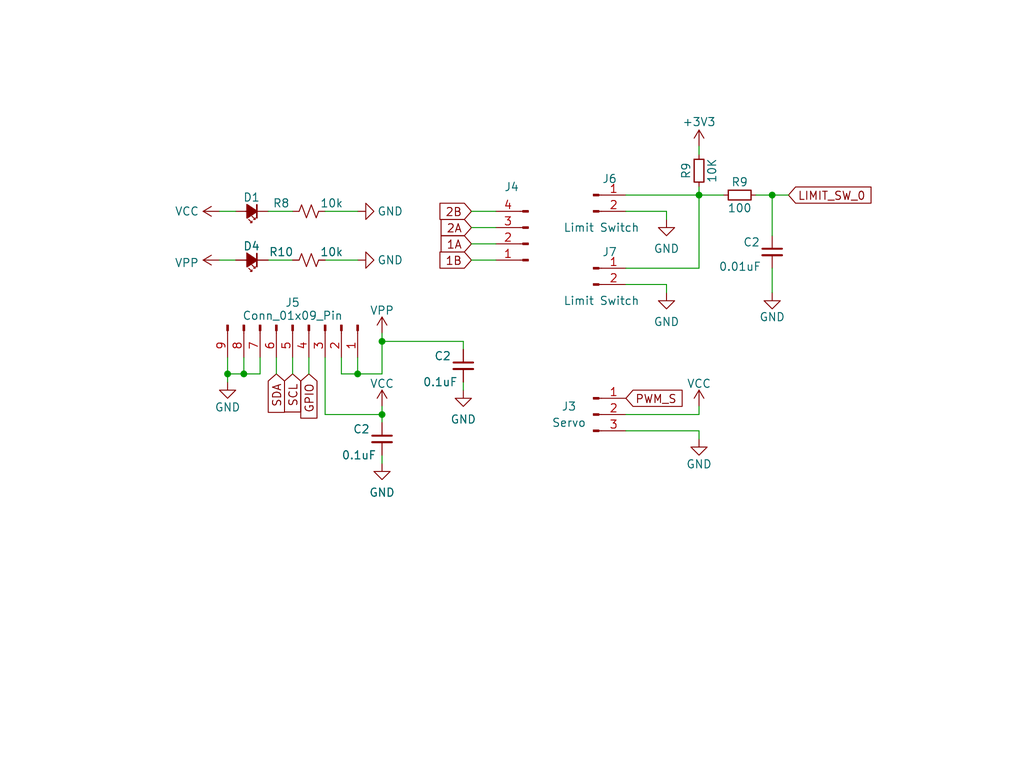
<source format=kicad_sch>
(kicad_sch (version 20230121) (generator eeschema)

  (uuid 44e254d1-1fbc-4905-aea0-99a7c6f7476a)

  (paper "User" 159.995 119.99)

  (lib_symbols
    (symbol "Connector:Conn_01x02_Male" (pin_names (offset 1.016) hide) (in_bom yes) (on_board yes)
      (property "Reference" "J" (at 0 2.54 0)
        (effects (font (size 1.27 1.27)))
      )
      (property "Value" "Conn_01x02_Male" (at 0 -5.08 0)
        (effects (font (size 1.27 1.27)))
      )
      (property "Footprint" "" (at 0 0 0)
        (effects (font (size 1.27 1.27)) hide)
      )
      (property "Datasheet" "~" (at 0 0 0)
        (effects (font (size 1.27 1.27)) hide)
      )
      (property "ki_keywords" "connector" (at 0 0 0)
        (effects (font (size 1.27 1.27)) hide)
      )
      (property "ki_description" "Generic connector, single row, 01x02, script generated (kicad-library-utils/schlib/autogen/connector/)" (at 0 0 0)
        (effects (font (size 1.27 1.27)) hide)
      )
      (property "ki_fp_filters" "Connector*:*_1x??_*" (at 0 0 0)
        (effects (font (size 1.27 1.27)) hide)
      )
      (symbol "Conn_01x02_Male_1_1"
        (polyline
          (pts
            (xy 1.27 -2.54)
            (xy 0.8636 -2.54)
          )
          (stroke (width 0.1524) (type default))
          (fill (type none))
        )
        (polyline
          (pts
            (xy 1.27 0)
            (xy 0.8636 0)
          )
          (stroke (width 0.1524) (type default))
          (fill (type none))
        )
        (rectangle (start 0.8636 -2.413) (end 0 -2.667)
          (stroke (width 0.1524) (type default))
          (fill (type outline))
        )
        (rectangle (start 0.8636 0.127) (end 0 -0.127)
          (stroke (width 0.1524) (type default))
          (fill (type outline))
        )
        (pin passive line (at 5.08 0 180) (length 3.81)
          (name "Pin_1" (effects (font (size 1.27 1.27))))
          (number "1" (effects (font (size 1.27 1.27))))
        )
        (pin passive line (at 5.08 -2.54 180) (length 3.81)
          (name "Pin_2" (effects (font (size 1.27 1.27))))
          (number "2" (effects (font (size 1.27 1.27))))
        )
      )
    )
    (symbol "Connector:Conn_01x03_Pin" (pin_names (offset 1.016) hide) (in_bom yes) (on_board yes)
      (property "Reference" "J" (at 0 5.08 0)
        (effects (font (size 1.27 1.27)))
      )
      (property "Value" "Conn_01x03_Pin" (at 0 -5.08 0)
        (effects (font (size 1.27 1.27)))
      )
      (property "Footprint" "" (at 0 0 0)
        (effects (font (size 1.27 1.27)) hide)
      )
      (property "Datasheet" "~" (at 0 0 0)
        (effects (font (size 1.27 1.27)) hide)
      )
      (property "ki_locked" "" (at 0 0 0)
        (effects (font (size 1.27 1.27)))
      )
      (property "ki_keywords" "connector" (at 0 0 0)
        (effects (font (size 1.27 1.27)) hide)
      )
      (property "ki_description" "Generic connector, single row, 01x03, script generated" (at 0 0 0)
        (effects (font (size 1.27 1.27)) hide)
      )
      (property "ki_fp_filters" "Connector*:*_1x??_*" (at 0 0 0)
        (effects (font (size 1.27 1.27)) hide)
      )
      (symbol "Conn_01x03_Pin_1_1"
        (polyline
          (pts
            (xy 1.27 -2.54)
            (xy 0.8636 -2.54)
          )
          (stroke (width 0.1524) (type default))
          (fill (type none))
        )
        (polyline
          (pts
            (xy 1.27 0)
            (xy 0.8636 0)
          )
          (stroke (width 0.1524) (type default))
          (fill (type none))
        )
        (polyline
          (pts
            (xy 1.27 2.54)
            (xy 0.8636 2.54)
          )
          (stroke (width 0.1524) (type default))
          (fill (type none))
        )
        (rectangle (start 0.8636 -2.413) (end 0 -2.667)
          (stroke (width 0.1524) (type default))
          (fill (type outline))
        )
        (rectangle (start 0.8636 0.127) (end 0 -0.127)
          (stroke (width 0.1524) (type default))
          (fill (type outline))
        )
        (rectangle (start 0.8636 2.667) (end 0 2.413)
          (stroke (width 0.1524) (type default))
          (fill (type outline))
        )
        (pin passive line (at 5.08 2.54 180) (length 3.81)
          (name "Pin_1" (effects (font (size 1.27 1.27))))
          (number "1" (effects (font (size 1.27 1.27))))
        )
        (pin passive line (at 5.08 0 180) (length 3.81)
          (name "Pin_2" (effects (font (size 1.27 1.27))))
          (number "2" (effects (font (size 1.27 1.27))))
        )
        (pin passive line (at 5.08 -2.54 180) (length 3.81)
          (name "Pin_3" (effects (font (size 1.27 1.27))))
          (number "3" (effects (font (size 1.27 1.27))))
        )
      )
    )
    (symbol "Connector:Conn_01x04_Male" (pin_names (offset 1.016) hide) (in_bom yes) (on_board yes)
      (property "Reference" "J" (at 0 5.08 0)
        (effects (font (size 1.27 1.27)))
      )
      (property "Value" "Conn_01x04_Male" (at 0 -7.62 0)
        (effects (font (size 1.27 1.27)))
      )
      (property "Footprint" "" (at 0 0 0)
        (effects (font (size 1.27 1.27)) hide)
      )
      (property "Datasheet" "~" (at 0 0 0)
        (effects (font (size 1.27 1.27)) hide)
      )
      (property "ki_keywords" "connector" (at 0 0 0)
        (effects (font (size 1.27 1.27)) hide)
      )
      (property "ki_description" "Generic connector, single row, 01x04, script generated (kicad-library-utils/schlib/autogen/connector/)" (at 0 0 0)
        (effects (font (size 1.27 1.27)) hide)
      )
      (property "ki_fp_filters" "Connector*:*_1x??_*" (at 0 0 0)
        (effects (font (size 1.27 1.27)) hide)
      )
      (symbol "Conn_01x04_Male_1_1"
        (polyline
          (pts
            (xy 1.27 -5.08)
            (xy 0.8636 -5.08)
          )
          (stroke (width 0.1524) (type default))
          (fill (type none))
        )
        (polyline
          (pts
            (xy 1.27 -2.54)
            (xy 0.8636 -2.54)
          )
          (stroke (width 0.1524) (type default))
          (fill (type none))
        )
        (polyline
          (pts
            (xy 1.27 0)
            (xy 0.8636 0)
          )
          (stroke (width 0.1524) (type default))
          (fill (type none))
        )
        (polyline
          (pts
            (xy 1.27 2.54)
            (xy 0.8636 2.54)
          )
          (stroke (width 0.1524) (type default))
          (fill (type none))
        )
        (rectangle (start 0.8636 -4.953) (end 0 -5.207)
          (stroke (width 0.1524) (type default))
          (fill (type outline))
        )
        (rectangle (start 0.8636 -2.413) (end 0 -2.667)
          (stroke (width 0.1524) (type default))
          (fill (type outline))
        )
        (rectangle (start 0.8636 0.127) (end 0 -0.127)
          (stroke (width 0.1524) (type default))
          (fill (type outline))
        )
        (rectangle (start 0.8636 2.667) (end 0 2.413)
          (stroke (width 0.1524) (type default))
          (fill (type outline))
        )
        (pin passive line (at 5.08 2.54 180) (length 3.81)
          (name "Pin_1" (effects (font (size 1.27 1.27))))
          (number "1" (effects (font (size 1.27 1.27))))
        )
        (pin passive line (at 5.08 0 180) (length 3.81)
          (name "Pin_2" (effects (font (size 1.27 1.27))))
          (number "2" (effects (font (size 1.27 1.27))))
        )
        (pin passive line (at 5.08 -2.54 180) (length 3.81)
          (name "Pin_3" (effects (font (size 1.27 1.27))))
          (number "3" (effects (font (size 1.27 1.27))))
        )
        (pin passive line (at 5.08 -5.08 180) (length 3.81)
          (name "Pin_4" (effects (font (size 1.27 1.27))))
          (number "4" (effects (font (size 1.27 1.27))))
        )
      )
    )
    (symbol "Connector:Conn_01x09_Pin" (pin_names (offset 1.016) hide) (in_bom yes) (on_board yes)
      (property "Reference" "J" (at 0 12.7 0)
        (effects (font (size 1.27 1.27)))
      )
      (property "Value" "Conn_01x09_Pin" (at 0 -12.7 0)
        (effects (font (size 1.27 1.27)))
      )
      (property "Footprint" "" (at 0 0 0)
        (effects (font (size 1.27 1.27)) hide)
      )
      (property "Datasheet" "~" (at 0 0 0)
        (effects (font (size 1.27 1.27)) hide)
      )
      (property "ki_locked" "" (at 0 0 0)
        (effects (font (size 1.27 1.27)))
      )
      (property "ki_keywords" "connector" (at 0 0 0)
        (effects (font (size 1.27 1.27)) hide)
      )
      (property "ki_description" "Generic connector, single row, 01x09, script generated" (at 0 0 0)
        (effects (font (size 1.27 1.27)) hide)
      )
      (property "ki_fp_filters" "Connector*:*_1x??_*" (at 0 0 0)
        (effects (font (size 1.27 1.27)) hide)
      )
      (symbol "Conn_01x09_Pin_1_1"
        (polyline
          (pts
            (xy 1.27 -10.16)
            (xy 0.8636 -10.16)
          )
          (stroke (width 0.1524) (type default))
          (fill (type none))
        )
        (polyline
          (pts
            (xy 1.27 -7.62)
            (xy 0.8636 -7.62)
          )
          (stroke (width 0.1524) (type default))
          (fill (type none))
        )
        (polyline
          (pts
            (xy 1.27 -5.08)
            (xy 0.8636 -5.08)
          )
          (stroke (width 0.1524) (type default))
          (fill (type none))
        )
        (polyline
          (pts
            (xy 1.27 -2.54)
            (xy 0.8636 -2.54)
          )
          (stroke (width 0.1524) (type default))
          (fill (type none))
        )
        (polyline
          (pts
            (xy 1.27 0)
            (xy 0.8636 0)
          )
          (stroke (width 0.1524) (type default))
          (fill (type none))
        )
        (polyline
          (pts
            (xy 1.27 2.54)
            (xy 0.8636 2.54)
          )
          (stroke (width 0.1524) (type default))
          (fill (type none))
        )
        (polyline
          (pts
            (xy 1.27 5.08)
            (xy 0.8636 5.08)
          )
          (stroke (width 0.1524) (type default))
          (fill (type none))
        )
        (polyline
          (pts
            (xy 1.27 7.62)
            (xy 0.8636 7.62)
          )
          (stroke (width 0.1524) (type default))
          (fill (type none))
        )
        (polyline
          (pts
            (xy 1.27 10.16)
            (xy 0.8636 10.16)
          )
          (stroke (width 0.1524) (type default))
          (fill (type none))
        )
        (rectangle (start 0.8636 -10.033) (end 0 -10.287)
          (stroke (width 0.1524) (type default))
          (fill (type outline))
        )
        (rectangle (start 0.8636 -7.493) (end 0 -7.747)
          (stroke (width 0.1524) (type default))
          (fill (type outline))
        )
        (rectangle (start 0.8636 -4.953) (end 0 -5.207)
          (stroke (width 0.1524) (type default))
          (fill (type outline))
        )
        (rectangle (start 0.8636 -2.413) (end 0 -2.667)
          (stroke (width 0.1524) (type default))
          (fill (type outline))
        )
        (rectangle (start 0.8636 0.127) (end 0 -0.127)
          (stroke (width 0.1524) (type default))
          (fill (type outline))
        )
        (rectangle (start 0.8636 2.667) (end 0 2.413)
          (stroke (width 0.1524) (type default))
          (fill (type outline))
        )
        (rectangle (start 0.8636 5.207) (end 0 4.953)
          (stroke (width 0.1524) (type default))
          (fill (type outline))
        )
        (rectangle (start 0.8636 7.747) (end 0 7.493)
          (stroke (width 0.1524) (type default))
          (fill (type outline))
        )
        (rectangle (start 0.8636 10.287) (end 0 10.033)
          (stroke (width 0.1524) (type default))
          (fill (type outline))
        )
        (pin passive line (at 5.08 10.16 180) (length 3.81)
          (name "Pin_1" (effects (font (size 1.27 1.27))))
          (number "1" (effects (font (size 1.27 1.27))))
        )
        (pin passive line (at 5.08 7.62 180) (length 3.81)
          (name "Pin_2" (effects (font (size 1.27 1.27))))
          (number "2" (effects (font (size 1.27 1.27))))
        )
        (pin passive line (at 5.08 5.08 180) (length 3.81)
          (name "Pin_3" (effects (font (size 1.27 1.27))))
          (number "3" (effects (font (size 1.27 1.27))))
        )
        (pin passive line (at 5.08 2.54 180) (length 3.81)
          (name "Pin_4" (effects (font (size 1.27 1.27))))
          (number "4" (effects (font (size 1.27 1.27))))
        )
        (pin passive line (at 5.08 0 180) (length 3.81)
          (name "Pin_5" (effects (font (size 1.27 1.27))))
          (number "5" (effects (font (size 1.27 1.27))))
        )
        (pin passive line (at 5.08 -2.54 180) (length 3.81)
          (name "Pin_6" (effects (font (size 1.27 1.27))))
          (number "6" (effects (font (size 1.27 1.27))))
        )
        (pin passive line (at 5.08 -5.08 180) (length 3.81)
          (name "Pin_7" (effects (font (size 1.27 1.27))))
          (number "7" (effects (font (size 1.27 1.27))))
        )
        (pin passive line (at 5.08 -7.62 180) (length 3.81)
          (name "Pin_8" (effects (font (size 1.27 1.27))))
          (number "8" (effects (font (size 1.27 1.27))))
        )
        (pin passive line (at 5.08 -10.16 180) (length 3.81)
          (name "Pin_9" (effects (font (size 1.27 1.27))))
          (number "9" (effects (font (size 1.27 1.27))))
        )
      )
    )
    (symbol "Device:C_Small" (pin_numbers hide) (pin_names (offset 0.254) hide) (in_bom yes) (on_board yes)
      (property "Reference" "C" (at 0.254 1.778 0)
        (effects (font (size 1.27 1.27)) (justify left))
      )
      (property "Value" "C_Small" (at 0.254 -2.032 0)
        (effects (font (size 1.27 1.27)) (justify left))
      )
      (property "Footprint" "" (at 0 0 0)
        (effects (font (size 1.27 1.27)) hide)
      )
      (property "Datasheet" "~" (at 0 0 0)
        (effects (font (size 1.27 1.27)) hide)
      )
      (property "ki_keywords" "capacitor cap" (at 0 0 0)
        (effects (font (size 1.27 1.27)) hide)
      )
      (property "ki_description" "Unpolarized capacitor, small symbol" (at 0 0 0)
        (effects (font (size 1.27 1.27)) hide)
      )
      (property "ki_fp_filters" "C_*" (at 0 0 0)
        (effects (font (size 1.27 1.27)) hide)
      )
      (symbol "C_Small_0_1"
        (polyline
          (pts
            (xy -1.524 -0.508)
            (xy 1.524 -0.508)
          )
          (stroke (width 0.3302) (type default))
          (fill (type none))
        )
        (polyline
          (pts
            (xy -1.524 0.508)
            (xy 1.524 0.508)
          )
          (stroke (width 0.3048) (type default))
          (fill (type none))
        )
      )
      (symbol "C_Small_1_1"
        (pin passive line (at 0 2.54 270) (length 2.032)
          (name "~" (effects (font (size 1.27 1.27))))
          (number "1" (effects (font (size 1.27 1.27))))
        )
        (pin passive line (at 0 -2.54 90) (length 2.032)
          (name "~" (effects (font (size 1.27 1.27))))
          (number "2" (effects (font (size 1.27 1.27))))
        )
      )
    )
    (symbol "Device:LED_Small_Filled" (pin_numbers hide) (pin_names (offset 0.254) hide) (in_bom yes) (on_board yes)
      (property "Reference" "D" (at -1.27 3.175 0)
        (effects (font (size 1.27 1.27)) (justify left))
      )
      (property "Value" "LED_Small_Filled" (at -4.445 -2.54 0)
        (effects (font (size 1.27 1.27)) (justify left))
      )
      (property "Footprint" "" (at 0 0 90)
        (effects (font (size 1.27 1.27)) hide)
      )
      (property "Datasheet" "~" (at 0 0 90)
        (effects (font (size 1.27 1.27)) hide)
      )
      (property "ki_keywords" "LED diode light-emitting-diode" (at 0 0 0)
        (effects (font (size 1.27 1.27)) hide)
      )
      (property "ki_description" "Light emitting diode, small symbol, filled shape" (at 0 0 0)
        (effects (font (size 1.27 1.27)) hide)
      )
      (property "ki_fp_filters" "LED* LED_SMD:* LED_THT:*" (at 0 0 0)
        (effects (font (size 1.27 1.27)) hide)
      )
      (symbol "LED_Small_Filled_0_1"
        (polyline
          (pts
            (xy -0.762 -1.016)
            (xy -0.762 1.016)
          )
          (stroke (width 0.254) (type default))
          (fill (type none))
        )
        (polyline
          (pts
            (xy 1.016 0)
            (xy -0.762 0)
          )
          (stroke (width 0) (type default))
          (fill (type none))
        )
        (polyline
          (pts
            (xy 0.762 -1.016)
            (xy -0.762 0)
            (xy 0.762 1.016)
            (xy 0.762 -1.016)
          )
          (stroke (width 0.254) (type default))
          (fill (type outline))
        )
        (polyline
          (pts
            (xy 0 0.762)
            (xy -0.508 1.27)
            (xy -0.254 1.27)
            (xy -0.508 1.27)
            (xy -0.508 1.016)
          )
          (stroke (width 0) (type default))
          (fill (type none))
        )
        (polyline
          (pts
            (xy 0.508 1.27)
            (xy 0 1.778)
            (xy 0.254 1.778)
            (xy 0 1.778)
            (xy 0 1.524)
          )
          (stroke (width 0) (type default))
          (fill (type none))
        )
      )
      (symbol "LED_Small_Filled_1_1"
        (pin passive line (at -2.54 0 0) (length 1.778)
          (name "K" (effects (font (size 1.27 1.27))))
          (number "1" (effects (font (size 1.27 1.27))))
        )
        (pin passive line (at 2.54 0 180) (length 1.778)
          (name "A" (effects (font (size 1.27 1.27))))
          (number "2" (effects (font (size 1.27 1.27))))
        )
      )
    )
    (symbol "Device:R_Small" (pin_numbers hide) (pin_names (offset 0.254) hide) (in_bom yes) (on_board yes)
      (property "Reference" "R" (at 0.762 0.508 0)
        (effects (font (size 1.27 1.27)) (justify left))
      )
      (property "Value" "R_Small" (at 0.762 -1.016 0)
        (effects (font (size 1.27 1.27)) (justify left))
      )
      (property "Footprint" "" (at 0 0 0)
        (effects (font (size 1.27 1.27)) hide)
      )
      (property "Datasheet" "~" (at 0 0 0)
        (effects (font (size 1.27 1.27)) hide)
      )
      (property "ki_keywords" "R resistor" (at 0 0 0)
        (effects (font (size 1.27 1.27)) hide)
      )
      (property "ki_description" "Resistor, small symbol" (at 0 0 0)
        (effects (font (size 1.27 1.27)) hide)
      )
      (property "ki_fp_filters" "R_*" (at 0 0 0)
        (effects (font (size 1.27 1.27)) hide)
      )
      (symbol "R_Small_0_1"
        (rectangle (start -0.762 1.778) (end 0.762 -1.778)
          (stroke (width 0.2032) (type default))
          (fill (type none))
        )
      )
      (symbol "R_Small_1_1"
        (pin passive line (at 0 2.54 270) (length 0.762)
          (name "~" (effects (font (size 1.27 1.27))))
          (number "1" (effects (font (size 1.27 1.27))))
        )
        (pin passive line (at 0 -2.54 90) (length 0.762)
          (name "~" (effects (font (size 1.27 1.27))))
          (number "2" (effects (font (size 1.27 1.27))))
        )
      )
    )
    (symbol "Device:R_Small_US" (pin_numbers hide) (pin_names (offset 0.254) hide) (in_bom yes) (on_board yes)
      (property "Reference" "R" (at 0.762 0.508 0)
        (effects (font (size 1.27 1.27)) (justify left))
      )
      (property "Value" "R_Small_US" (at 0.762 -1.016 0)
        (effects (font (size 1.27 1.27)) (justify left))
      )
      (property "Footprint" "" (at 0 0 0)
        (effects (font (size 1.27 1.27)) hide)
      )
      (property "Datasheet" "~" (at 0 0 0)
        (effects (font (size 1.27 1.27)) hide)
      )
      (property "ki_keywords" "r resistor" (at 0 0 0)
        (effects (font (size 1.27 1.27)) hide)
      )
      (property "ki_description" "Resistor, small US symbol" (at 0 0 0)
        (effects (font (size 1.27 1.27)) hide)
      )
      (property "ki_fp_filters" "R_*" (at 0 0 0)
        (effects (font (size 1.27 1.27)) hide)
      )
      (symbol "R_Small_US_1_1"
        (polyline
          (pts
            (xy 0 0)
            (xy 1.016 -0.381)
            (xy 0 -0.762)
            (xy -1.016 -1.143)
            (xy 0 -1.524)
          )
          (stroke (width 0) (type default))
          (fill (type none))
        )
        (polyline
          (pts
            (xy 0 1.524)
            (xy 1.016 1.143)
            (xy 0 0.762)
            (xy -1.016 0.381)
            (xy 0 0)
          )
          (stroke (width 0) (type default))
          (fill (type none))
        )
        (pin passive line (at 0 2.54 270) (length 1.016)
          (name "~" (effects (font (size 1.27 1.27))))
          (number "1" (effects (font (size 1.27 1.27))))
        )
        (pin passive line (at 0 -2.54 90) (length 1.016)
          (name "~" (effects (font (size 1.27 1.27))))
          (number "2" (effects (font (size 1.27 1.27))))
        )
      )
    )
    (symbol "power:+3V3" (power) (pin_names (offset 0)) (in_bom yes) (on_board yes)
      (property "Reference" "#PWR" (at 0 -3.81 0)
        (effects (font (size 1.27 1.27)) hide)
      )
      (property "Value" "+3V3" (at 0 3.556 0)
        (effects (font (size 1.27 1.27)))
      )
      (property "Footprint" "" (at 0 0 0)
        (effects (font (size 1.27 1.27)) hide)
      )
      (property "Datasheet" "" (at 0 0 0)
        (effects (font (size 1.27 1.27)) hide)
      )
      (property "ki_keywords" "global power" (at 0 0 0)
        (effects (font (size 1.27 1.27)) hide)
      )
      (property "ki_description" "Power symbol creates a global label with name \"+3V3\"" (at 0 0 0)
        (effects (font (size 1.27 1.27)) hide)
      )
      (symbol "+3V3_0_1"
        (polyline
          (pts
            (xy -0.762 1.27)
            (xy 0 2.54)
          )
          (stroke (width 0) (type default))
          (fill (type none))
        )
        (polyline
          (pts
            (xy 0 0)
            (xy 0 2.54)
          )
          (stroke (width 0) (type default))
          (fill (type none))
        )
        (polyline
          (pts
            (xy 0 2.54)
            (xy 0.762 1.27)
          )
          (stroke (width 0) (type default))
          (fill (type none))
        )
      )
      (symbol "+3V3_1_1"
        (pin power_in line (at 0 0 90) (length 0) hide
          (name "+3V3" (effects (font (size 1.27 1.27))))
          (number "1" (effects (font (size 1.27 1.27))))
        )
      )
    )
    (symbol "power:GND" (power) (pin_names (offset 0)) (in_bom yes) (on_board yes)
      (property "Reference" "#PWR" (at 0 -6.35 0)
        (effects (font (size 1.27 1.27)) hide)
      )
      (property "Value" "GND" (at 0 -3.81 0)
        (effects (font (size 1.27 1.27)))
      )
      (property "Footprint" "" (at 0 0 0)
        (effects (font (size 1.27 1.27)) hide)
      )
      (property "Datasheet" "" (at 0 0 0)
        (effects (font (size 1.27 1.27)) hide)
      )
      (property "ki_keywords" "power-flag" (at 0 0 0)
        (effects (font (size 1.27 1.27)) hide)
      )
      (property "ki_description" "Power symbol creates a global label with name \"GND\" , ground" (at 0 0 0)
        (effects (font (size 1.27 1.27)) hide)
      )
      (symbol "GND_0_1"
        (polyline
          (pts
            (xy 0 0)
            (xy 0 -1.27)
            (xy 1.27 -1.27)
            (xy 0 -2.54)
            (xy -1.27 -1.27)
            (xy 0 -1.27)
          )
          (stroke (width 0) (type default))
          (fill (type none))
        )
      )
      (symbol "GND_1_1"
        (pin power_in line (at 0 0 270) (length 0) hide
          (name "GND" (effects (font (size 1.27 1.27))))
          (number "1" (effects (font (size 1.27 1.27))))
        )
      )
    )
    (symbol "power:VCC" (power) (pin_names (offset 0)) (in_bom yes) (on_board yes)
      (property "Reference" "#PWR" (at 0 -3.81 0)
        (effects (font (size 1.27 1.27)) hide)
      )
      (property "Value" "VCC" (at 0 3.81 0)
        (effects (font (size 1.27 1.27)))
      )
      (property "Footprint" "" (at 0 0 0)
        (effects (font (size 1.27 1.27)) hide)
      )
      (property "Datasheet" "" (at 0 0 0)
        (effects (font (size 1.27 1.27)) hide)
      )
      (property "ki_keywords" "global power" (at 0 0 0)
        (effects (font (size 1.27 1.27)) hide)
      )
      (property "ki_description" "Power symbol creates a global label with name \"VCC\"" (at 0 0 0)
        (effects (font (size 1.27 1.27)) hide)
      )
      (symbol "VCC_0_1"
        (polyline
          (pts
            (xy -0.762 1.27)
            (xy 0 2.54)
          )
          (stroke (width 0) (type default))
          (fill (type none))
        )
        (polyline
          (pts
            (xy 0 0)
            (xy 0 2.54)
          )
          (stroke (width 0) (type default))
          (fill (type none))
        )
        (polyline
          (pts
            (xy 0 2.54)
            (xy 0.762 1.27)
          )
          (stroke (width 0) (type default))
          (fill (type none))
        )
      )
      (symbol "VCC_1_1"
        (pin power_in line (at 0 0 90) (length 0) hide
          (name "VCC" (effects (font (size 1.27 1.27))))
          (number "1" (effects (font (size 1.27 1.27))))
        )
      )
    )
    (symbol "power:VPP" (power) (pin_names (offset 0)) (in_bom yes) (on_board yes)
      (property "Reference" "#PWR" (at 0 -3.81 0)
        (effects (font (size 1.27 1.27)) hide)
      )
      (property "Value" "VPP" (at 0 3.81 0)
        (effects (font (size 1.27 1.27)))
      )
      (property "Footprint" "" (at 0 0 0)
        (effects (font (size 1.27 1.27)) hide)
      )
      (property "Datasheet" "" (at 0 0 0)
        (effects (font (size 1.27 1.27)) hide)
      )
      (property "ki_keywords" "power-flag" (at 0 0 0)
        (effects (font (size 1.27 1.27)) hide)
      )
      (property "ki_description" "Power symbol creates a global label with name \"VPP\"" (at 0 0 0)
        (effects (font (size 1.27 1.27)) hide)
      )
      (symbol "VPP_0_1"
        (polyline
          (pts
            (xy -0.762 1.27)
            (xy 0 2.54)
          )
          (stroke (width 0) (type default))
          (fill (type none))
        )
        (polyline
          (pts
            (xy 0 0)
            (xy 0 2.54)
          )
          (stroke (width 0) (type default))
          (fill (type none))
        )
        (polyline
          (pts
            (xy 0 2.54)
            (xy 0.762 1.27)
          )
          (stroke (width 0) (type default))
          (fill (type none))
        )
      )
      (symbol "VPP_1_1"
        (pin power_in line (at 0 0 90) (length 0) hide
          (name "VPP" (effects (font (size 1.27 1.27))))
          (number "1" (effects (font (size 1.27 1.27))))
        )
      )
    )
  )

  (junction (at 55.88 58.42) (diameter 0) (color 0 0 0 0)
    (uuid 08bf7491-31ec-48b3-93c2-d6c10fda9558)
  )
  (junction (at 38.1 58.42) (diameter 0) (color 0 0 0 0)
    (uuid 13053149-58b5-450d-b9e8-b95ea0b78f42)
  )
  (junction (at 35.56 58.42) (diameter 0) (color 0 0 0 0)
    (uuid 294e933d-e87f-44c7-bcb3-55381bc52a65)
  )
  (junction (at 109.22 30.48) (diameter 0) (color 0 0 0 0)
    (uuid 4d107860-923b-4923-b0cf-d7a1122c8627)
  )
  (junction (at 59.69 64.77) (diameter 0) (color 0 0 0 0)
    (uuid e3d22f5e-2398-4c93-982f-2247a6557789)
  )
  (junction (at 120.65 30.48) (diameter 0) (color 0 0 0 0)
    (uuid e562cf37-1fe5-4320-9587-fc91e56961ca)
  )
  (junction (at 59.69 53.34) (diameter 0) (color 0 0 0 0)
    (uuid edc83db0-a5f1-4a96-b2bc-d6d54a30e636)
  )

  (wire (pts (xy 53.34 58.42) (xy 55.88 58.42))
    (stroke (width 0) (type default))
    (uuid 03b48c13-544e-4c63-a282-61d5e928993e)
  )
  (wire (pts (xy 41.91 33.02) (xy 45.72 33.02))
    (stroke (width 0) (type default))
    (uuid 0448e4c6-22ad-489d-8ccd-bfedcabeeae2)
  )
  (wire (pts (xy 59.69 58.42) (xy 55.88 58.42))
    (stroke (width 0) (type default))
    (uuid 1143e7ea-89ce-4dad-bc8f-fe366cfb062b)
  )
  (wire (pts (xy 72.39 59.69) (xy 72.39 60.96))
    (stroke (width 0) (type default))
    (uuid 145a36a3-e08d-4383-b899-cd0cda1cf513)
  )
  (wire (pts (xy 97.79 41.91) (xy 109.22 41.91))
    (stroke (width 0) (type default))
    (uuid 1a1ad6d3-acec-4729-9cc8-11da90df5d74)
  )
  (wire (pts (xy 38.1 58.42) (xy 35.56 58.42))
    (stroke (width 0) (type default))
    (uuid 1e15fa43-99ca-43c9-b363-17c7a6cd4071)
  )
  (wire (pts (xy 77.47 40.64) (xy 73.66 40.64))
    (stroke (width 0) (type default))
    (uuid 2fd349bf-25cd-4d34-88b1-e9b195ee90b5)
  )
  (wire (pts (xy 120.65 30.48) (xy 123.19 30.48))
    (stroke (width 0) (type default))
    (uuid 327eaf17-8e06-44fb-aff8-7fcc24598472)
  )
  (wire (pts (xy 59.69 71.12) (xy 59.69 72.39))
    (stroke (width 0) (type default))
    (uuid 3a877f12-ab13-4ade-82df-97731e746964)
  )
  (wire (pts (xy 50.8 33.02) (xy 55.88 33.02))
    (stroke (width 0) (type default))
    (uuid 3ab29feb-2551-4ff1-bf31-f40a848cba3c)
  )
  (wire (pts (xy 97.79 33.02) (xy 104.14 33.02))
    (stroke (width 0) (type default))
    (uuid 3afa4447-7e95-450a-bccb-a0b74ce6461c)
  )
  (wire (pts (xy 109.22 67.31) (xy 97.79 67.31))
    (stroke (width 0) (type default))
    (uuid 3bed4a5b-9062-4657-bc0f-e228150858e0)
  )
  (wire (pts (xy 40.64 58.42) (xy 38.1 58.42))
    (stroke (width 0) (type default))
    (uuid 47d54962-61e0-49c3-8b14-c6a2b9bf7e89)
  )
  (wire (pts (xy 59.69 52.07) (xy 59.69 53.34))
    (stroke (width 0) (type default))
    (uuid 4824785c-057a-41b9-8af2-c6887c2c0fb2)
  )
  (wire (pts (xy 109.22 30.48) (xy 113.03 30.48))
    (stroke (width 0) (type default))
    (uuid 493d07c5-4ecc-4752-aaf8-43d14d6c6a28)
  )
  (wire (pts (xy 59.69 66.04) (xy 59.69 64.77))
    (stroke (width 0) (type default))
    (uuid 4e145060-8242-4cf8-a959-ac3c9ecfdfff)
  )
  (wire (pts (xy 35.56 58.42) (xy 35.56 59.69))
    (stroke (width 0) (type default))
    (uuid 4e649687-c5bb-4cbe-acef-01976eb7a801)
  )
  (wire (pts (xy 59.69 64.77) (xy 59.69 63.5))
    (stroke (width 0) (type default))
    (uuid 5a0a351b-2736-48c5-a514-1edd2e0513a3)
  )
  (wire (pts (xy 38.1 55.88) (xy 38.1 58.42))
    (stroke (width 0) (type default))
    (uuid 5a9a8d98-b96d-4916-9794-b0f31510fc1a)
  )
  (wire (pts (xy 53.34 55.88) (xy 53.34 58.42))
    (stroke (width 0) (type default))
    (uuid 67a7775f-182f-4836-bee9-50a68f5e8c48)
  )
  (wire (pts (xy 59.69 53.34) (xy 59.69 58.42))
    (stroke (width 0) (type default))
    (uuid 70a510a6-0d62-473a-9b5f-c47ca9dc06da)
  )
  (wire (pts (xy 72.39 53.34) (xy 72.39 54.61))
    (stroke (width 0) (type default))
    (uuid 8539a629-7a01-4e44-a984-9982f0c467c3)
  )
  (wire (pts (xy 109.22 68.58) (xy 109.22 67.31))
    (stroke (width 0) (type default))
    (uuid 85f402da-408e-4c83-ac8f-79d74e583f4e)
  )
  (wire (pts (xy 45.72 55.88) (xy 45.72 58.42))
    (stroke (width 0) (type default))
    (uuid 8f95b764-e60e-4fd6-8a44-adeab46416de)
  )
  (wire (pts (xy 97.79 30.48) (xy 109.22 30.48))
    (stroke (width 0) (type default))
    (uuid 9075260b-c5c8-4040-b97c-12f9386bfdfd)
  )
  (wire (pts (xy 120.65 41.91) (xy 120.65 45.72))
    (stroke (width 0) (type default))
    (uuid 90c4d35f-35c7-4917-bd45-e8f007e52a3d)
  )
  (wire (pts (xy 43.18 55.88) (xy 43.18 58.42))
    (stroke (width 0) (type default))
    (uuid 9adc60fb-30ba-450c-af63-80b0ead586a5)
  )
  (wire (pts (xy 77.47 33.02) (xy 73.66 33.02))
    (stroke (width 0) (type default))
    (uuid 9e3b836b-51e6-4181-aed1-aa1c7984fdab)
  )
  (wire (pts (xy 55.88 55.88) (xy 55.88 58.42))
    (stroke (width 0) (type default))
    (uuid a42d683c-180c-490b-bac1-7513c4d374d9)
  )
  (wire (pts (xy 34.29 40.64) (xy 36.83 40.64))
    (stroke (width 0) (type default))
    (uuid b8272e10-1664-4295-8baa-dba6d87ef31b)
  )
  (wire (pts (xy 34.29 33.02) (xy 36.83 33.02))
    (stroke (width 0) (type default))
    (uuid b9068f87-e05d-446e-bada-8f5a256f336d)
  )
  (wire (pts (xy 50.8 55.88) (xy 50.8 64.77))
    (stroke (width 0) (type default))
    (uuid be84c483-4fc7-4c0d-b881-fa42c32bac7b)
  )
  (wire (pts (xy 109.22 30.48) (xy 109.22 41.91))
    (stroke (width 0) (type default))
    (uuid bee8095a-25e8-4a77-a270-847b60688c45)
  )
  (wire (pts (xy 97.79 44.45) (xy 104.14 44.45))
    (stroke (width 0) (type default))
    (uuid bfcabd2b-db2f-409a-a2a5-67aa48b073f5)
  )
  (wire (pts (xy 77.47 38.1) (xy 73.66 38.1))
    (stroke (width 0) (type default))
    (uuid c65ba612-de1e-4eeb-9f12-92b52d5c8d83)
  )
  (wire (pts (xy 50.8 64.77) (xy 59.69 64.77))
    (stroke (width 0) (type default))
    (uuid ca4d1a3f-201d-498c-b9b5-9e7331ca4dde)
  )
  (wire (pts (xy 104.14 33.02) (xy 104.14 34.29))
    (stroke (width 0) (type default))
    (uuid ca7842d0-0477-41ff-89d5-c5b4bf6bcc2a)
  )
  (wire (pts (xy 109.22 29.21) (xy 109.22 30.48))
    (stroke (width 0) (type default))
    (uuid cd5c8f0e-ef9f-44ce-873e-d97823c685bd)
  )
  (wire (pts (xy 77.47 35.56) (xy 73.66 35.56))
    (stroke (width 0) (type default))
    (uuid d0c09b1f-289c-4b1d-af8c-bd3427f77293)
  )
  (wire (pts (xy 120.65 30.48) (xy 120.65 36.83))
    (stroke (width 0) (type default))
    (uuid d0fdbfac-b97a-429a-b392-ec6e4bb6c15f)
  )
  (wire (pts (xy 97.79 64.77) (xy 109.22 64.77))
    (stroke (width 0) (type default))
    (uuid d45b1b1f-35e4-4975-be00-e5065166e045)
  )
  (wire (pts (xy 109.22 64.77) (xy 109.22 63.5))
    (stroke (width 0) (type default))
    (uuid dd4a84b0-6630-4ab2-992c-e69e06361617)
  )
  (wire (pts (xy 48.26 55.88) (xy 48.26 58.42))
    (stroke (width 0) (type default))
    (uuid de9427d1-9f7b-4cf9-9367-5e64089a3ee2)
  )
  (wire (pts (xy 41.91 40.64) (xy 45.72 40.64))
    (stroke (width 0) (type default))
    (uuid e45b08ef-1a5a-49d6-8b2e-1bac7847e47a)
  )
  (wire (pts (xy 40.64 55.88) (xy 40.64 58.42))
    (stroke (width 0) (type default))
    (uuid ec72d48c-5013-4fc2-89a5-fd3db8801a09)
  )
  (wire (pts (xy 118.11 30.48) (xy 120.65 30.48))
    (stroke (width 0) (type default))
    (uuid f0169cc9-118a-46ff-b310-dc214aa8e5cc)
  )
  (wire (pts (xy 109.22 22.86) (xy 109.22 24.13))
    (stroke (width 0) (type default))
    (uuid f165f78f-d824-4ef3-a16e-356a6aaae09b)
  )
  (wire (pts (xy 50.8 40.64) (xy 55.88 40.64))
    (stroke (width 0) (type default))
    (uuid f381a14c-8b3f-48a4-9e97-7e3d2d22cabe)
  )
  (wire (pts (xy 35.56 55.88) (xy 35.56 58.42))
    (stroke (width 0) (type default))
    (uuid f53c6c41-6312-4998-a118-22158742aae0)
  )
  (wire (pts (xy 104.14 44.45) (xy 104.14 45.72))
    (stroke (width 0) (type default))
    (uuid f6fffea6-29dd-40f4-824a-77d429aa2619)
  )
  (wire (pts (xy 59.69 53.34) (xy 72.39 53.34))
    (stroke (width 0) (type default))
    (uuid fd0b2db4-6ab8-4b2e-b4cc-fd142f7a49c3)
  )

  (global_label "2B" (shape input) (at 73.66 33.02 180) (fields_autoplaced)
    (effects (font (size 1.27 1.27)) (justify right))
    (uuid 122a46dd-cb9e-44e4-864a-92f5219b10fe)
    (property "Intersheetrefs" "${INTERSHEET_REFS}" (at 68.2747 33.02 0)
      (effects (font (size 1.27 1.27)) (justify right) hide)
    )
  )
  (global_label "1B" (shape input) (at 73.66 40.64 180) (fields_autoplaced)
    (effects (font (size 1.27 1.27)) (justify right))
    (uuid 125bedf2-affb-4b80-adf9-1ab085394ce3)
    (property "Intersheetrefs" "${INTERSHEET_REFS}" (at 68.2747 40.64 0)
      (effects (font (size 1.27 1.27)) (justify right) hide)
    )
  )
  (global_label "LIMIT_SW_0" (shape input) (at 123.19 30.48 0) (fields_autoplaced)
    (effects (font (size 1.27 1.27)) (justify left))
    (uuid 14bc1163-229e-47dd-ad48-7965281602bf)
    (property "Intersheetrefs" "${INTERSHEET_REFS}" (at 136.5581 30.48 0)
      (effects (font (size 1.27 1.27)) (justify left) hide)
    )
  )
  (global_label "SDA" (shape input) (at 43.18 58.42 270) (fields_autoplaced)
    (effects (font (size 1.27 1.27)) (justify right))
    (uuid 5bc3d44c-2b73-46a2-a441-5ffbceaa3e4a)
    (property "Intersheetrefs" "${INTERSHEET_REFS}" (at 43.18 64.8939 90)
      (effects (font (size 1.27 1.27)) (justify right) hide)
    )
  )
  (global_label "2A" (shape input) (at 73.66 35.56 180) (fields_autoplaced)
    (effects (font (size 1.27 1.27)) (justify right))
    (uuid 6e634149-1469-492d-85b2-e7f09878e563)
    (property "Intersheetrefs" "${INTERSHEET_REFS}" (at 68.4561 35.56 0)
      (effects (font (size 1.27 1.27)) (justify right) hide)
    )
  )
  (global_label "SCL" (shape input) (at 45.72 58.42 270) (fields_autoplaced)
    (effects (font (size 1.27 1.27)) (justify right))
    (uuid 9c88f482-65e1-4b0b-a2e3-8635952e3313)
    (property "Intersheetrefs" "${INTERSHEET_REFS}" (at 45.72 64.8334 90)
      (effects (font (size 1.27 1.27)) (justify right) hide)
    )
  )
  (global_label "PWM_S" (shape input) (at 97.79 62.23 0) (fields_autoplaced)
    (effects (font (size 1.27 1.27)) (justify left))
    (uuid b26c61a6-d0ca-4963-9223-6dd7225c0a44)
    (property "Intersheetrefs" "${INTERSHEET_REFS}" (at 107.0457 62.23 0)
      (effects (font (size 1.27 1.27)) (justify left) hide)
    )
  )
  (global_label "GPIO" (shape input) (at 48.26 58.42 270) (fields_autoplaced)
    (effects (font (size 1.27 1.27)) (justify right))
    (uuid c8480c26-f3c1-4764-b1f8-ccb4ee4d1d54)
    (property "Intersheetrefs" "${INTERSHEET_REFS}" (at 48.26 65.8011 90)
      (effects (font (size 1.27 1.27)) (justify right) hide)
    )
  )
  (global_label "1A" (shape input) (at 73.66 38.1 180) (fields_autoplaced)
    (effects (font (size 1.27 1.27)) (justify right))
    (uuid cc8b4aec-b021-4ee2-8a8b-5fa4dde88179)
    (property "Intersheetrefs" "${INTERSHEET_REFS}" (at 68.4561 38.1 0)
      (effects (font (size 1.27 1.27)) (justify right) hide)
    )
  )

  (symbol (lib_id "Connector:Conn_01x02_Male") (at 92.71 30.48 0) (unit 1)
    (in_bom yes) (on_board yes) (dnp no)
    (uuid 1295331f-142a-4925-81d7-32881fdf1cef)
    (property "Reference" "J6" (at 95.25 27.94 0)
      (effects (font (size 1.27 1.27)))
    )
    (property "Value" "Limit Switch" (at 93.98 35.56 0)
      (effects (font (size 1.27 1.27)))
    )
    (property "Footprint" "Connector_PinHeader_2.54mm:PinHeader_1x02_P2.54mm_Vertical" (at 92.71 30.48 0)
      (effects (font (size 1.27 1.27)) hide)
    )
    (property "Datasheet" "~" (at 92.71 30.48 0)
      (effects (font (size 1.27 1.27)) hide)
    )
    (pin "1" (uuid 5befe9cc-7b01-4ba5-b639-87e287e76463))
    (pin "2" (uuid 96619d3d-4978-4cc3-95c0-0ed3cf663667))
    (instances
      (project "StepperMotor_module_V2_XIAO_RP2040"
        (path "/67ad53b0-e724-4354-8add-ffbe056bca93/9c4f98f1-bc47-4c4b-bbad-ba5566d013b5"
          (reference "J6") (unit 1)
        )
      )
      (project "Motor_module"
        (path "/e63e39d7-6ac0-4ffd-8aa3-1841a4541b55"
          (reference "J3") (unit 1)
        )
      )
    )
  )

  (symbol (lib_id "power:VCC") (at 34.29 33.02 90) (unit 1)
    (in_bom yes) (on_board yes) (dnp no)
    (uuid 294d40fe-3d07-4ea4-b300-54b210b458b7)
    (property "Reference" "#PWR09" (at 38.1 33.02 0)
      (effects (font (size 1.27 1.27)) hide)
    )
    (property "Value" "VCC" (at 29.21 33.02 90)
      (effects (font (size 1.27 1.27)))
    )
    (property "Footprint" "" (at 34.29 33.02 0)
      (effects (font (size 1.27 1.27)) hide)
    )
    (property "Datasheet" "" (at 34.29 33.02 0)
      (effects (font (size 1.27 1.27)) hide)
    )
    (pin "1" (uuid 8df7272e-b153-4ecd-924a-842aef33eb80))
    (instances
      (project "StepperMotor_module_V2_XIAO_RP2040"
        (path "/67ad53b0-e724-4354-8add-ffbe056bca93/07c0a6ff-eef2-4578-b5db-f7e0ea607e3d"
          (reference "#PWR09") (unit 1)
        )
        (path "/67ad53b0-e724-4354-8add-ffbe056bca93/9c4f98f1-bc47-4c4b-bbad-ba5566d013b5"
          (reference "#PWR021") (unit 1)
        )
      )
    )
  )

  (symbol (lib_id "power:GND") (at 55.88 33.02 90) (unit 1)
    (in_bom yes) (on_board yes) (dnp no)
    (uuid 35d32d05-6d8b-4195-83e9-c8075508e3a7)
    (property "Reference" "#PWR013" (at 62.23 33.02 0)
      (effects (font (size 1.27 1.27)) hide)
    )
    (property "Value" "GND" (at 60.96 33.02 90)
      (effects (font (size 1.27 1.27)))
    )
    (property "Footprint" "" (at 55.88 33.02 0)
      (effects (font (size 1.27 1.27)) hide)
    )
    (property "Datasheet" "" (at 55.88 33.02 0)
      (effects (font (size 1.27 1.27)) hide)
    )
    (pin "1" (uuid 00bd397c-d4c6-4419-9ccd-7a9a218914ca))
    (instances
      (project "StepperMotor_module_V2_XIAO_RP2040"
        (path "/67ad53b0-e724-4354-8add-ffbe056bca93/9c4f98f1-bc47-4c4b-bbad-ba5566d013b5"
          (reference "#PWR013") (unit 1)
        )
      )
      (project "Motor_module"
        (path "/e63e39d7-6ac0-4ffd-8aa3-1841a4541b55"
          (reference "#PWR0132") (unit 1)
        )
      )
    )
  )

  (symbol (lib_id "power:GND") (at 35.56 59.69 0) (unit 1)
    (in_bom yes) (on_board yes) (dnp no) (fields_autoplaced)
    (uuid 41bb00d2-a295-4f3f-99cd-afa259798029)
    (property "Reference" "#PWR019" (at 35.56 66.04 0)
      (effects (font (size 1.27 1.27)) hide)
    )
    (property "Value" "GND" (at 35.56 63.635 0)
      (effects (font (size 1.27 1.27)))
    )
    (property "Footprint" "" (at 35.56 59.69 0)
      (effects (font (size 1.27 1.27)) hide)
    )
    (property "Datasheet" "" (at 35.56 59.69 0)
      (effects (font (size 1.27 1.27)) hide)
    )
    (pin "1" (uuid 1bef7681-cab6-40db-8b2d-46dcfcc1a72c))
    (instances
      (project "StepperMotor_module_V2_XIAO_RP2040"
        (path "/67ad53b0-e724-4354-8add-ffbe056bca93/9c4f98f1-bc47-4c4b-bbad-ba5566d013b5"
          (reference "#PWR019") (unit 1)
        )
      )
      (project "Motor_module"
        (path "/e63e39d7-6ac0-4ffd-8aa3-1841a4541b55"
          (reference "#PWR0101") (unit 1)
        )
      )
    )
  )

  (symbol (lib_id "Device:LED_Small_Filled") (at 39.37 33.02 180) (unit 1)
    (in_bom yes) (on_board yes) (dnp no) (fields_autoplaced)
    (uuid 4d21f575-7aba-4e85-bc8b-6418f1010d61)
    (property "Reference" "D1" (at 39.3065 30.8412 0)
      (effects (font (size 1.27 1.27)))
    )
    (property "Value" "LED_Small_Filled" (at 39.3065 30.8126 0)
      (effects (font (size 1.27 1.27)) hide)
    )
    (property "Footprint" "LED_SMD:LED_0603_1608Metric" (at 39.37 33.02 90)
      (effects (font (size 1.27 1.27)) hide)
    )
    (property "Datasheet" "~" (at 39.37 33.02 90)
      (effects (font (size 1.27 1.27)) hide)
    )
    (pin "1" (uuid b1c2eeb9-4562-4bd2-b210-c53c24ad75e8))
    (pin "2" (uuid 624f7d15-bd14-4c63-973a-36255e11f16f))
    (instances
      (project "StepperMotor_module_V2_XIAO_RP2040"
        (path "/67ad53b0-e724-4354-8add-ffbe056bca93/9c4f98f1-bc47-4c4b-bbad-ba5566d013b5"
          (reference "D1") (unit 1)
        )
      )
      (project "Motor_module"
        (path "/e63e39d7-6ac0-4ffd-8aa3-1841a4541b55"
          (reference "D2") (unit 1)
        )
      )
    )
  )

  (symbol (lib_id "power:GND") (at 104.14 45.72 0) (unit 1)
    (in_bom yes) (on_board yes) (dnp no) (fields_autoplaced)
    (uuid 51302fdc-0301-4ac3-b49c-00eb30dfcd75)
    (property "Reference" "#PWR020" (at 104.14 52.07 0)
      (effects (font (size 1.27 1.27)) hide)
    )
    (property "Value" "GND" (at 104.14 50.2825 0)
      (effects (font (size 1.27 1.27)))
    )
    (property "Footprint" "" (at 104.14 45.72 0)
      (effects (font (size 1.27 1.27)) hide)
    )
    (property "Datasheet" "" (at 104.14 45.72 0)
      (effects (font (size 1.27 1.27)) hide)
    )
    (pin "1" (uuid 255d2373-ee9b-4f93-95f2-822dfb136f4a))
    (instances
      (project "StepperMotor_module_V2_XIAO_RP2040"
        (path "/67ad53b0-e724-4354-8add-ffbe056bca93/9c4f98f1-bc47-4c4b-bbad-ba5566d013b5"
          (reference "#PWR020") (unit 1)
        )
      )
      (project "Motor_module"
        (path "/e63e39d7-6ac0-4ffd-8aa3-1841a4541b55"
          (reference "#PWR0130") (unit 1)
        )
      )
    )
  )

  (symbol (lib_id "Device:R_Small_US") (at 48.26 33.02 90) (unit 1)
    (in_bom yes) (on_board yes) (dnp no)
    (uuid 582e9c0f-0f9f-4d88-bf3c-3995bf866641)
    (property "Reference" "R8" (at 43.942 31.75 90)
      (effects (font (size 1.27 1.27)))
    )
    (property "Value" "10k" (at 51.816 31.75 90)
      (effects (font (size 1.27 1.27)))
    )
    (property "Footprint" "Resistor_SMD:R_0603_1608Metric" (at 48.26 33.02 0)
      (effects (font (size 1.27 1.27)) hide)
    )
    (property "Datasheet" "~" (at 48.26 33.02 0)
      (effects (font (size 1.27 1.27)) hide)
    )
    (pin "1" (uuid 08da8ef2-96bb-44de-8c91-61074d91cc60))
    (pin "2" (uuid b19b3a74-4cde-4595-a2bf-a208c0256426))
    (instances
      (project "StepperMotor_module_V2_XIAO_RP2040"
        (path "/67ad53b0-e724-4354-8add-ffbe056bca93/9c4f98f1-bc47-4c4b-bbad-ba5566d013b5"
          (reference "R8") (unit 1)
        )
      )
      (project "Motor_module"
        (path "/e63e39d7-6ac0-4ffd-8aa3-1841a4541b55"
          (reference "R9") (unit 1)
        )
      )
    )
  )

  (symbol (lib_id "power:VPP") (at 59.69 52.07 0) (unit 1)
    (in_bom yes) (on_board yes) (dnp no)
    (uuid 5b3e4fff-10b0-4242-9f4c-cdfab01ddfd4)
    (property "Reference" "#PWR016" (at 59.69 55.88 0)
      (effects (font (size 1.27 1.27)) hide)
    )
    (property "Value" "VPP" (at 59.69 48.514 0)
      (effects (font (size 1.27 1.27)))
    )
    (property "Footprint" "" (at 59.69 52.07 0)
      (effects (font (size 1.27 1.27)) hide)
    )
    (property "Datasheet" "" (at 59.69 52.07 0)
      (effects (font (size 1.27 1.27)) hide)
    )
    (pin "1" (uuid 5b748230-2292-46e5-931e-0a03d9107990))
    (instances
      (project "StepperMotor_module_V2_XIAO_RP2040"
        (path "/67ad53b0-e724-4354-8add-ffbe056bca93/9c4f98f1-bc47-4c4b-bbad-ba5566d013b5"
          (reference "#PWR016") (unit 1)
        )
      )
      (project "Motor_module"
        (path "/e63e39d7-6ac0-4ffd-8aa3-1841a4541b55"
          (reference "#PWR0104") (unit 1)
        )
      )
    )
  )

  (symbol (lib_id "power:VCC") (at 109.22 63.5 0) (unit 1)
    (in_bom yes) (on_board yes) (dnp no)
    (uuid 61ba9e71-d082-4a41-b31c-d6fb63ae7f4f)
    (property "Reference" "#PWR09" (at 109.22 67.31 0)
      (effects (font (size 1.27 1.27)) hide)
    )
    (property "Value" "VCC" (at 109.22 59.944 0)
      (effects (font (size 1.27 1.27)))
    )
    (property "Footprint" "" (at 109.22 63.5 0)
      (effects (font (size 1.27 1.27)) hide)
    )
    (property "Datasheet" "" (at 109.22 63.5 0)
      (effects (font (size 1.27 1.27)) hide)
    )
    (pin "1" (uuid 067d28f4-d4c3-45f3-89f9-d7e50b664070))
    (instances
      (project "StepperMotor_module_V2_XIAO_RP2040"
        (path "/67ad53b0-e724-4354-8add-ffbe056bca93/07c0a6ff-eef2-4578-b5db-f7e0ea607e3d"
          (reference "#PWR09") (unit 1)
        )
        (path "/67ad53b0-e724-4354-8add-ffbe056bca93/9c4f98f1-bc47-4c4b-bbad-ba5566d013b5"
          (reference "#PWR017") (unit 1)
        )
      )
    )
  )

  (symbol (lib_id "Connector:Conn_01x03_Pin") (at 92.71 64.77 0) (unit 1)
    (in_bom yes) (on_board yes) (dnp no)
    (uuid 6289d1eb-1d58-4ea0-b513-6d1be040cb51)
    (property "Reference" "J3" (at 88.9 63.5 0)
      (effects (font (size 1.27 1.27)))
    )
    (property "Value" "Servo" (at 88.9 66.04 0)
      (effects (font (size 1.27 1.27)))
    )
    (property "Footprint" "Connector_PinHeader_2.54mm:PinHeader_1x03_P2.54mm_Vertical" (at 92.71 64.77 0)
      (effects (font (size 1.27 1.27)) hide)
    )
    (property "Datasheet" "~" (at 92.71 64.77 0)
      (effects (font (size 1.27 1.27)) hide)
    )
    (pin "1" (uuid 4a405c31-8236-4f1d-8f34-7945dc872a4b))
    (pin "2" (uuid 1513fe60-ddf1-4737-b2cb-767014bca4d8))
    (pin "3" (uuid 43432ee3-5777-46fe-81ca-61997c1cb0f9))
    (instances
      (project "StepperMotor_module_V2_XIAO_RP2040"
        (path "/67ad53b0-e724-4354-8add-ffbe056bca93/9c4f98f1-bc47-4c4b-bbad-ba5566d013b5"
          (reference "J3") (unit 1)
        )
      )
    )
  )

  (symbol (lib_id "Device:C_Small") (at 59.69 68.58 0) (unit 1)
    (in_bom yes) (on_board yes) (dnp no)
    (uuid 62b7d874-2b34-4aa8-8f6b-93781b38b2e5)
    (property "Reference" "C2" (at 55.118 67.056 0)
      (effects (font (size 1.27 1.27)) (justify left))
    )
    (property "Value" "0.1uF" (at 53.34 71.12 0)
      (effects (font (size 1.27 1.27)) (justify left))
    )
    (property "Footprint" "Capacitor_SMD:C_0805_2012Metric_Pad1.18x1.45mm_HandSolder" (at 59.69 68.58 0)
      (effects (font (size 1.27 1.27)) hide)
    )
    (property "Datasheet" "~" (at 59.69 68.58 0)
      (effects (font (size 1.27 1.27)) hide)
    )
    (pin "1" (uuid 8557e109-901a-4571-80bd-e89b83175d72))
    (pin "2" (uuid ab8f3b2b-419a-4e1a-b357-b75c5453b6a9))
    (instances
      (project "StepperMotor_module_V2_XIAO_RP2040"
        (path "/67ad53b0-e724-4354-8add-ffbe056bca93"
          (reference "C2") (unit 1)
        )
        (path "/67ad53b0-e724-4354-8add-ffbe056bca93/07c0a6ff-eef2-4578-b5db-f7e0ea607e3d"
          (reference "C9") (unit 1)
        )
        (path "/67ad53b0-e724-4354-8add-ffbe056bca93/9c4f98f1-bc47-4c4b-bbad-ba5566d013b5"
          (reference "C3") (unit 1)
        )
      )
    )
  )

  (symbol (lib_id "power:GND") (at 104.14 34.29 0) (unit 1)
    (in_bom yes) (on_board yes) (dnp no) (fields_autoplaced)
    (uuid 707baf11-1396-49db-9be9-4fa1799ede5e)
    (property "Reference" "#PWR018" (at 104.14 40.64 0)
      (effects (font (size 1.27 1.27)) hide)
    )
    (property "Value" "GND" (at 104.14 38.8525 0)
      (effects (font (size 1.27 1.27)))
    )
    (property "Footprint" "" (at 104.14 34.29 0)
      (effects (font (size 1.27 1.27)) hide)
    )
    (property "Datasheet" "" (at 104.14 34.29 0)
      (effects (font (size 1.27 1.27)) hide)
    )
    (pin "1" (uuid 418cb0fd-21e5-4ba0-8a82-5fcf5907658f))
    (instances
      (project "StepperMotor_module_V2_XIAO_RP2040"
        (path "/67ad53b0-e724-4354-8add-ffbe056bca93/9c4f98f1-bc47-4c4b-bbad-ba5566d013b5"
          (reference "#PWR018") (unit 1)
        )
      )
      (project "Motor_module"
        (path "/e63e39d7-6ac0-4ffd-8aa3-1841a4541b55"
          (reference "#PWR0102") (unit 1)
        )
      )
    )
  )

  (symbol (lib_id "Connector:Conn_01x09_Pin") (at 45.72 50.8 270) (unit 1)
    (in_bom yes) (on_board yes) (dnp no) (fields_autoplaced)
    (uuid 7fbfbbb0-2964-4187-afbe-11be60997e53)
    (property "Reference" "J5" (at 45.72 47.2708 90)
      (effects (font (size 1.27 1.27)))
    )
    (property "Value" "Conn_01x09_Pin" (at 45.72 49.3188 90)
      (effects (font (size 1.27 1.27)))
    )
    (property "Footprint" "Connector_PinHeader_2.54mm:PinHeader_1x09_P2.54mm_Vertical" (at 45.72 50.8 0)
      (effects (font (size 1.27 1.27)) hide)
    )
    (property "Datasheet" "~" (at 45.72 50.8 0)
      (effects (font (size 1.27 1.27)) hide)
    )
    (pin "1" (uuid a67aadd8-5482-475a-ad55-ab094e81c712))
    (pin "2" (uuid 257baae2-8abf-4cff-b1e3-2a26882100ce))
    (pin "3" (uuid 875d8c2c-0e50-405b-bdee-443a14a33a54))
    (pin "4" (uuid 4b9060a3-11b0-4709-bb93-1380fdd7072a))
    (pin "5" (uuid dc6d3c59-e34f-4ffb-8367-8d4cb5e82993))
    (pin "6" (uuid 79e7782a-fd53-417d-bd9a-e617b3cc052e))
    (pin "7" (uuid ff726f0a-4e42-43a0-b247-ab10def897e8))
    (pin "8" (uuid 460f79f7-f8b8-4732-b405-41ea2aed3991))
    (pin "9" (uuid 7ba81eaf-77ae-4608-b4a6-5734d7996b7b))
    (instances
      (project "StepperMotor_module_V2_XIAO_RP2040"
        (path "/67ad53b0-e724-4354-8add-ffbe056bca93/9c4f98f1-bc47-4c4b-bbad-ba5566d013b5"
          (reference "J5") (unit 1)
        )
      )
    )
  )

  (symbol (lib_id "Device:R_Small") (at 109.22 26.67 0) (unit 1)
    (in_bom yes) (on_board yes) (dnp no)
    (uuid 86e4079d-fdf1-4d13-b6bd-c724c354e470)
    (property "Reference" "R9" (at 107.188 26.67 90)
      (effects (font (size 1.27 1.27)))
    )
    (property "Value" "10K" (at 111.252 26.67 90)
      (effects (font (size 1.27 1.27)))
    )
    (property "Footprint" "Resistor_SMD:R_0603_1608Metric_Pad0.98x0.95mm_HandSolder" (at 109.22 26.67 0)
      (effects (font (size 1.27 1.27)) hide)
    )
    (property "Datasheet" "~" (at 109.22 26.67 0)
      (effects (font (size 1.27 1.27)) hide)
    )
    (pin "1" (uuid 7b9ee854-36ed-4a36-8b2a-41f13962da8d))
    (pin "2" (uuid e332cf67-b3d5-43a8-b973-ca43f4a82dfa))
    (instances
      (project "StepperMotor_module_V2_XIAO_RP2040"
        (path "/67ad53b0-e724-4354-8add-ffbe056bca93/07c0a6ff-eef2-4578-b5db-f7e0ea607e3d"
          (reference "R9") (unit 1)
        )
        (path "/67ad53b0-e724-4354-8add-ffbe056bca93/9c4f98f1-bc47-4c4b-bbad-ba5566d013b5"
          (reference "R11") (unit 1)
        )
      )
      (project "DATA_STORAGE"
        (path "/e63e39d7-6ac0-4ffd-8aa3-1841a4541b55"
          (reference "R1") (unit 1)
        )
      )
    )
  )

  (symbol (lib_id "power:GND") (at 55.88 40.64 90) (unit 1)
    (in_bom yes) (on_board yes) (dnp no)
    (uuid a60d29ed-7e5b-47ca-bfde-a91e721510df)
    (property "Reference" "#PWR015" (at 62.23 40.64 0)
      (effects (font (size 1.27 1.27)) hide)
    )
    (property "Value" "GND" (at 60.96 40.64 90)
      (effects (font (size 1.27 1.27)))
    )
    (property "Footprint" "" (at 55.88 40.64 0)
      (effects (font (size 1.27 1.27)) hide)
    )
    (property "Datasheet" "" (at 55.88 40.64 0)
      (effects (font (size 1.27 1.27)) hide)
    )
    (pin "1" (uuid 2c53ba47-367d-4548-a796-a4bd5457ac6d))
    (instances
      (project "StepperMotor_module_V2_XIAO_RP2040"
        (path "/67ad53b0-e724-4354-8add-ffbe056bca93/9c4f98f1-bc47-4c4b-bbad-ba5566d013b5"
          (reference "#PWR015") (unit 1)
        )
      )
      (project "Motor_module"
        (path "/e63e39d7-6ac0-4ffd-8aa3-1841a4541b55"
          (reference "#PWR0131") (unit 1)
        )
      )
    )
  )

  (symbol (lib_id "power:VCC") (at 59.69 63.5 0) (unit 1)
    (in_bom yes) (on_board yes) (dnp no)
    (uuid a77b003a-eb1f-4db7-b2e9-cff4ac8b6b8c)
    (property "Reference" "#PWR09" (at 59.69 67.31 0)
      (effects (font (size 1.27 1.27)) hide)
    )
    (property "Value" "VCC" (at 59.69 59.944 0)
      (effects (font (size 1.27 1.27)))
    )
    (property "Footprint" "" (at 59.69 63.5 0)
      (effects (font (size 1.27 1.27)) hide)
    )
    (property "Datasheet" "" (at 59.69 63.5 0)
      (effects (font (size 1.27 1.27)) hide)
    )
    (pin "1" (uuid 869c2c74-09e4-40c5-bfa9-65c348f824e1))
    (instances
      (project "StepperMotor_module_V2_XIAO_RP2040"
        (path "/67ad53b0-e724-4354-8add-ffbe056bca93/07c0a6ff-eef2-4578-b5db-f7e0ea607e3d"
          (reference "#PWR09") (unit 1)
        )
        (path "/67ad53b0-e724-4354-8add-ffbe056bca93/9c4f98f1-bc47-4c4b-bbad-ba5566d013b5"
          (reference "#PWR04") (unit 1)
        )
      )
    )
  )

  (symbol (lib_id "Device:LED_Small_Filled") (at 39.37 40.64 180) (unit 1)
    (in_bom yes) (on_board yes) (dnp no) (fields_autoplaced)
    (uuid b6537bc0-5e74-4399-9040-f75074a568c6)
    (property "Reference" "D4" (at 39.3065 38.4612 0)
      (effects (font (size 1.27 1.27)))
    )
    (property "Value" "LED_Small_Filled" (at 39.3065 38.4326 0)
      (effects (font (size 1.27 1.27)) hide)
    )
    (property "Footprint" "LED_SMD:LED_0603_1608Metric" (at 39.37 40.64 90)
      (effects (font (size 1.27 1.27)) hide)
    )
    (property "Datasheet" "~" (at 39.37 40.64 90)
      (effects (font (size 1.27 1.27)) hide)
    )
    (pin "1" (uuid b81814b5-0820-4b68-95b7-16308e295fc0))
    (pin "2" (uuid 34f74e09-0794-40dc-87ed-5a16de72e14d))
    (instances
      (project "StepperMotor_module_V2_XIAO_RP2040"
        (path "/67ad53b0-e724-4354-8add-ffbe056bca93/9c4f98f1-bc47-4c4b-bbad-ba5566d013b5"
          (reference "D4") (unit 1)
        )
      )
      (project "Motor_module"
        (path "/e63e39d7-6ac0-4ffd-8aa3-1841a4541b55"
          (reference "D3") (unit 1)
        )
      )
    )
  )

  (symbol (lib_id "Device:C_Small") (at 72.39 57.15 0) (unit 1)
    (in_bom yes) (on_board yes) (dnp no)
    (uuid c2407091-53d8-4d73-a730-140c14573f10)
    (property "Reference" "C2" (at 67.818 55.626 0)
      (effects (font (size 1.27 1.27)) (justify left))
    )
    (property "Value" "0.1uF" (at 66.04 59.69 0)
      (effects (font (size 1.27 1.27)) (justify left))
    )
    (property "Footprint" "Capacitor_SMD:C_0805_2012Metric_Pad1.18x1.45mm_HandSolder" (at 72.39 57.15 0)
      (effects (font (size 1.27 1.27)) hide)
    )
    (property "Datasheet" "~" (at 72.39 57.15 0)
      (effects (font (size 1.27 1.27)) hide)
    )
    (pin "1" (uuid 40c6c91b-4ce5-47ae-81bc-5a531235c93d))
    (pin "2" (uuid 198f8913-9dee-4a9e-bc86-3f2f217d7bff))
    (instances
      (project "StepperMotor_module_V2_XIAO_RP2040"
        (path "/67ad53b0-e724-4354-8add-ffbe056bca93"
          (reference "C2") (unit 1)
        )
        (path "/67ad53b0-e724-4354-8add-ffbe056bca93/07c0a6ff-eef2-4578-b5db-f7e0ea607e3d"
          (reference "C9") (unit 1)
        )
        (path "/67ad53b0-e724-4354-8add-ffbe056bca93/9c4f98f1-bc47-4c4b-bbad-ba5566d013b5"
          (reference "C1") (unit 1)
        )
      )
    )
  )

  (symbol (lib_id "Connector:Conn_01x02_Male") (at 92.71 41.91 0) (unit 1)
    (in_bom yes) (on_board yes) (dnp no)
    (uuid c30b97c9-13a4-438f-9027-3dcfa28bcc26)
    (property "Reference" "J7" (at 95.25 39.37 0)
      (effects (font (size 1.27 1.27)))
    )
    (property "Value" "Limit Switch" (at 93.98 46.99 0)
      (effects (font (size 1.27 1.27)))
    )
    (property "Footprint" "Connector_PinHeader_2.54mm:PinHeader_1x02_P2.54mm_Vertical" (at 92.71 41.91 0)
      (effects (font (size 1.27 1.27)) hide)
    )
    (property "Datasheet" "~" (at 92.71 41.91 0)
      (effects (font (size 1.27 1.27)) hide)
    )
    (pin "1" (uuid 348d6367-22bd-4723-833e-847ab7f8487c))
    (pin "2" (uuid 6539c4d3-23da-443b-b035-cd80fefaf247))
    (instances
      (project "StepperMotor_module_V2_XIAO_RP2040"
        (path "/67ad53b0-e724-4354-8add-ffbe056bca93/9c4f98f1-bc47-4c4b-bbad-ba5566d013b5"
          (reference "J7") (unit 1)
        )
      )
      (project "Motor_module"
        (path "/e63e39d7-6ac0-4ffd-8aa3-1841a4541b55"
          (reference "J4") (unit 1)
        )
      )
    )
  )

  (symbol (lib_id "Device:R_Small") (at 115.57 30.48 270) (unit 1)
    (in_bom yes) (on_board yes) (dnp no)
    (uuid c4d37d03-d73b-4f5e-a344-cf17ae9fa302)
    (property "Reference" "R9" (at 115.57 28.448 90)
      (effects (font (size 1.27 1.27)))
    )
    (property "Value" "100" (at 115.57 32.512 90)
      (effects (font (size 1.27 1.27)))
    )
    (property "Footprint" "Resistor_SMD:R_0603_1608Metric_Pad0.98x0.95mm_HandSolder" (at 115.57 30.48 0)
      (effects (font (size 1.27 1.27)) hide)
    )
    (property "Datasheet" "~" (at 115.57 30.48 0)
      (effects (font (size 1.27 1.27)) hide)
    )
    (pin "1" (uuid afd009c9-ad06-43f3-8850-9998841910d6))
    (pin "2" (uuid bf46a4d1-2753-40a4-b395-89885cb40633))
    (instances
      (project "StepperMotor_module_V2_XIAO_RP2040"
        (path "/67ad53b0-e724-4354-8add-ffbe056bca93/07c0a6ff-eef2-4578-b5db-f7e0ea607e3d"
          (reference "R9") (unit 1)
        )
        (path "/67ad53b0-e724-4354-8add-ffbe056bca93/9c4f98f1-bc47-4c4b-bbad-ba5566d013b5"
          (reference "R12") (unit 1)
        )
      )
      (project "DATA_STORAGE"
        (path "/e63e39d7-6ac0-4ffd-8aa3-1841a4541b55"
          (reference "R1") (unit 1)
        )
      )
    )
  )

  (symbol (lib_id "Device:R_Small_US") (at 48.26 40.64 90) (unit 1)
    (in_bom yes) (on_board yes) (dnp no)
    (uuid c619b328-2650-41ca-8b8f-a98fc41c691f)
    (property "Reference" "R10" (at 43.942 39.37 90)
      (effects (font (size 1.27 1.27)))
    )
    (property "Value" "10k" (at 51.816 39.37 90)
      (effects (font (size 1.27 1.27)))
    )
    (property "Footprint" "Resistor_SMD:R_0603_1608Metric" (at 48.26 40.64 0)
      (effects (font (size 1.27 1.27)) hide)
    )
    (property "Datasheet" "~" (at 48.26 40.64 0)
      (effects (font (size 1.27 1.27)) hide)
    )
    (pin "1" (uuid d3db9004-b446-4ae5-91eb-40fa7d1b2329))
    (pin "2" (uuid fc975f97-9a36-4b4a-a88c-f3d6703b7372))
    (instances
      (project "StepperMotor_module_V2_XIAO_RP2040"
        (path "/67ad53b0-e724-4354-8add-ffbe056bca93/9c4f98f1-bc47-4c4b-bbad-ba5566d013b5"
          (reference "R10") (unit 1)
        )
      )
      (project "Motor_module"
        (path "/e63e39d7-6ac0-4ffd-8aa3-1841a4541b55"
          (reference "R10") (unit 1)
        )
      )
    )
  )

  (symbol (lib_id "Connector:Conn_01x04_Male") (at 82.55 38.1 180) (unit 1)
    (in_bom yes) (on_board yes) (dnp no)
    (uuid d6bdbdce-91d7-47e3-89a7-ad1efb1112c2)
    (property "Reference" "J4" (at 78.74 29.21 0)
      (effects (font (size 1.27 1.27)) (justify right))
    )
    (property "Value" "Limit Switch" (at 83.2612 38.6966 0)
      (effects (font (size 1.27 1.27)) (justify right) hide)
    )
    (property "Footprint" "Connector_PinHeader_2.54mm:PinHeader_1x04_P2.54mm_Vertical" (at 82.55 38.1 0)
      (effects (font (size 1.27 1.27)) hide)
    )
    (property "Datasheet" "~" (at 82.55 38.1 0)
      (effects (font (size 1.27 1.27)) hide)
    )
    (pin "1" (uuid c4c60f2b-56b5-40d2-8cf0-68992a055d22))
    (pin "2" (uuid 4111b383-666a-4c03-83b5-c5eccbaf23aa))
    (pin "3" (uuid aecb01ca-795d-4814-8be1-aa56e16239f3))
    (pin "4" (uuid 0e8479f0-a8af-4ef9-9d4d-ed514f5e723b))
    (instances
      (project "StepperMotor_module_V2_XIAO_RP2040"
        (path "/67ad53b0-e724-4354-8add-ffbe056bca93/9c4f98f1-bc47-4c4b-bbad-ba5566d013b5"
          (reference "J4") (unit 1)
        )
      )
      (project "Motor_module"
        (path "/e63e39d7-6ac0-4ffd-8aa3-1841a4541b55"
          (reference "J1") (unit 1)
        )
      )
    )
  )

  (symbol (lib_id "power:GND") (at 120.65 45.72 0) (unit 1)
    (in_bom yes) (on_board yes) (dnp no)
    (uuid de60f978-e7f2-4fa9-9aba-f5da398e3a65)
    (property "Reference" "#PWR06" (at 120.65 52.07 0)
      (effects (font (size 1.27 1.27)) hide)
    )
    (property "Value" "GND" (at 120.65 49.53 0)
      (effects (font (size 1.27 1.27)))
    )
    (property "Footprint" "" (at 120.65 45.72 0)
      (effects (font (size 1.27 1.27)) hide)
    )
    (property "Datasheet" "" (at 120.65 45.72 0)
      (effects (font (size 1.27 1.27)) hide)
    )
    (pin "1" (uuid fd7c207a-1d3c-4f97-aacf-ec1b6019f78d))
    (instances
      (project "StepperMotor_module_V2_XIAO_RP2040"
        (path "/67ad53b0-e724-4354-8add-ffbe056bca93"
          (reference "#PWR06") (unit 1)
        )
        (path "/67ad53b0-e724-4354-8add-ffbe056bca93/07c0a6ff-eef2-4578-b5db-f7e0ea607e3d"
          (reference "#PWR030") (unit 1)
        )
        (path "/67ad53b0-e724-4354-8add-ffbe056bca93/9c4f98f1-bc47-4c4b-bbad-ba5566d013b5"
          (reference "#PWR023") (unit 1)
        )
      )
    )
  )

  (symbol (lib_id "power:+3V3") (at 109.22 22.86 0) (unit 1)
    (in_bom yes) (on_board yes) (dnp no)
    (uuid e7844d74-a67a-4776-bf26-a7f4594c5354)
    (property "Reference" "#PWR012" (at 109.22 26.67 0)
      (effects (font (size 1.27 1.27)) hide)
    )
    (property "Value" "+3V3" (at 109.22 19.05 0)
      (effects (font (size 1.27 1.27)))
    )
    (property "Footprint" "" (at 109.22 22.86 0)
      (effects (font (size 1.27 1.27)) hide)
    )
    (property "Datasheet" "" (at 109.22 22.86 0)
      (effects (font (size 1.27 1.27)) hide)
    )
    (pin "1" (uuid 4587ebbc-771e-4a1d-95bd-5ec2180b18f3))
    (instances
      (project "StepperMotor_module_V2_XIAO_RP2040"
        (path "/67ad53b0-e724-4354-8add-ffbe056bca93/07c0a6ff-eef2-4578-b5db-f7e0ea607e3d"
          (reference "#PWR012") (unit 1)
        )
        (path "/67ad53b0-e724-4354-8add-ffbe056bca93/9c4f98f1-bc47-4c4b-bbad-ba5566d013b5"
          (reference "#PWR022") (unit 1)
        )
      )
    )
  )

  (symbol (lib_id "power:GND") (at 72.39 60.96 0) (unit 1)
    (in_bom yes) (on_board yes) (dnp no) (fields_autoplaced)
    (uuid f211e69e-ff53-4862-8d38-81cb03d5935e)
    (property "Reference" "#PWR010" (at 72.39 67.31 0)
      (effects (font (size 1.27 1.27)) hide)
    )
    (property "Value" "GND" (at 72.39 65.5225 0)
      (effects (font (size 1.27 1.27)))
    )
    (property "Footprint" "" (at 72.39 60.96 0)
      (effects (font (size 1.27 1.27)) hide)
    )
    (property "Datasheet" "" (at 72.39 60.96 0)
      (effects (font (size 1.27 1.27)) hide)
    )
    (pin "1" (uuid 3145cdae-5586-4aa5-9665-11043ab87090))
    (instances
      (project "StepperMotor_module_V2_XIAO_RP2040"
        (path "/67ad53b0-e724-4354-8add-ffbe056bca93/9c4f98f1-bc47-4c4b-bbad-ba5566d013b5"
          (reference "#PWR010") (unit 1)
        )
      )
      (project "Motor_module"
        (path "/e63e39d7-6ac0-4ffd-8aa3-1841a4541b55"
          (reference "#PWR0112") (unit 1)
        )
      )
    )
  )

  (symbol (lib_id "Device:C_Small") (at 120.65 39.37 0) (unit 1)
    (in_bom yes) (on_board yes) (dnp no)
    (uuid f6f6a1a8-921a-433e-932f-92eb399411b0)
    (property "Reference" "C2" (at 116.078 37.846 0)
      (effects (font (size 1.27 1.27)) (justify left))
    )
    (property "Value" "0.01uF" (at 112.268 41.656 0)
      (effects (font (size 1.27 1.27)) (justify left))
    )
    (property "Footprint" "Capacitor_SMD:C_0603_1608Metric_Pad1.08x0.95mm_HandSolder" (at 120.65 39.37 0)
      (effects (font (size 1.27 1.27)) hide)
    )
    (property "Datasheet" "~" (at 120.65 39.37 0)
      (effects (font (size 1.27 1.27)) hide)
    )
    (pin "1" (uuid b5615a7f-3884-4589-b8fd-5e1350bbb602))
    (pin "2" (uuid 4b542e67-9de8-402f-8cfe-68b0a6b38189))
    (instances
      (project "StepperMotor_module_V2_XIAO_RP2040"
        (path "/67ad53b0-e724-4354-8add-ffbe056bca93"
          (reference "C2") (unit 1)
        )
        (path "/67ad53b0-e724-4354-8add-ffbe056bca93/07c0a6ff-eef2-4578-b5db-f7e0ea607e3d"
          (reference "C9") (unit 1)
        )
        (path "/67ad53b0-e724-4354-8add-ffbe056bca93/9c4f98f1-bc47-4c4b-bbad-ba5566d013b5"
          (reference "C2") (unit 1)
        )
      )
    )
  )

  (symbol (lib_id "power:GND") (at 59.69 72.39 0) (unit 1)
    (in_bom yes) (on_board yes) (dnp no) (fields_autoplaced)
    (uuid fc64ace8-7945-4dac-8e7e-79b951440175)
    (property "Reference" "#PWR05" (at 59.69 78.74 0)
      (effects (font (size 1.27 1.27)) hide)
    )
    (property "Value" "GND" (at 59.69 76.9525 0)
      (effects (font (size 1.27 1.27)))
    )
    (property "Footprint" "" (at 59.69 72.39 0)
      (effects (font (size 1.27 1.27)) hide)
    )
    (property "Datasheet" "" (at 59.69 72.39 0)
      (effects (font (size 1.27 1.27)) hide)
    )
    (pin "1" (uuid ee8566df-469d-4836-bca8-c8e1e0b6f9c7))
    (instances
      (project "StepperMotor_module_V2_XIAO_RP2040"
        (path "/67ad53b0-e724-4354-8add-ffbe056bca93/9c4f98f1-bc47-4c4b-bbad-ba5566d013b5"
          (reference "#PWR05") (unit 1)
        )
      )
      (project "Motor_module"
        (path "/e63e39d7-6ac0-4ffd-8aa3-1841a4541b55"
          (reference "#PWR0112") (unit 1)
        )
      )
    )
  )

  (symbol (lib_id "power:GND") (at 109.22 68.58 0) (unit 1)
    (in_bom yes) (on_board yes) (dnp no) (fields_autoplaced)
    (uuid fc842526-5c94-459c-a1eb-2f89aef728da)
    (property "Reference" "#PWR024" (at 109.22 74.93 0)
      (effects (font (size 1.27 1.27)) hide)
    )
    (property "Value" "GND" (at 109.22 72.525 0)
      (effects (font (size 1.27 1.27)))
    )
    (property "Footprint" "" (at 109.22 68.58 0)
      (effects (font (size 1.27 1.27)) hide)
    )
    (property "Datasheet" "" (at 109.22 68.58 0)
      (effects (font (size 1.27 1.27)) hide)
    )
    (pin "1" (uuid cfa1c881-8e03-4486-882f-51812253a9f0))
    (instances
      (project "StepperMotor_module_V2_XIAO_RP2040"
        (path "/67ad53b0-e724-4354-8add-ffbe056bca93/9c4f98f1-bc47-4c4b-bbad-ba5566d013b5"
          (reference "#PWR024") (unit 1)
        )
      )
      (project "Motor_module"
        (path "/e63e39d7-6ac0-4ffd-8aa3-1841a4541b55"
          (reference "#PWR0101") (unit 1)
        )
      )
    )
  )

  (symbol (lib_id "power:VPP") (at 34.29 40.64 90) (unit 1)
    (in_bom yes) (on_board yes) (dnp no) (fields_autoplaced)
    (uuid fc9d9392-aea3-496d-b1e0-f6c46a7f91e8)
    (property "Reference" "#PWR014" (at 38.1 40.64 0)
      (effects (font (size 1.27 1.27)) hide)
    )
    (property "Value" "VPP" (at 31.115 41.0738 90)
      (effects (font (size 1.27 1.27)) (justify left))
    )
    (property "Footprint" "" (at 34.29 40.64 0)
      (effects (font (size 1.27 1.27)) hide)
    )
    (property "Datasheet" "" (at 34.29 40.64 0)
      (effects (font (size 1.27 1.27)) hide)
    )
    (pin "1" (uuid 257f2b1b-a42e-432d-be0d-02cfc03c0f6d))
    (instances
      (project "StepperMotor_module_V2_XIAO_RP2040"
        (path "/67ad53b0-e724-4354-8add-ffbe056bca93/9c4f98f1-bc47-4c4b-bbad-ba5566d013b5"
          (reference "#PWR014") (unit 1)
        )
      )
      (project "Motor_module"
        (path "/e63e39d7-6ac0-4ffd-8aa3-1841a4541b55"
          (reference "#PWR0134") (unit 1)
        )
      )
    )
  )
)

</source>
